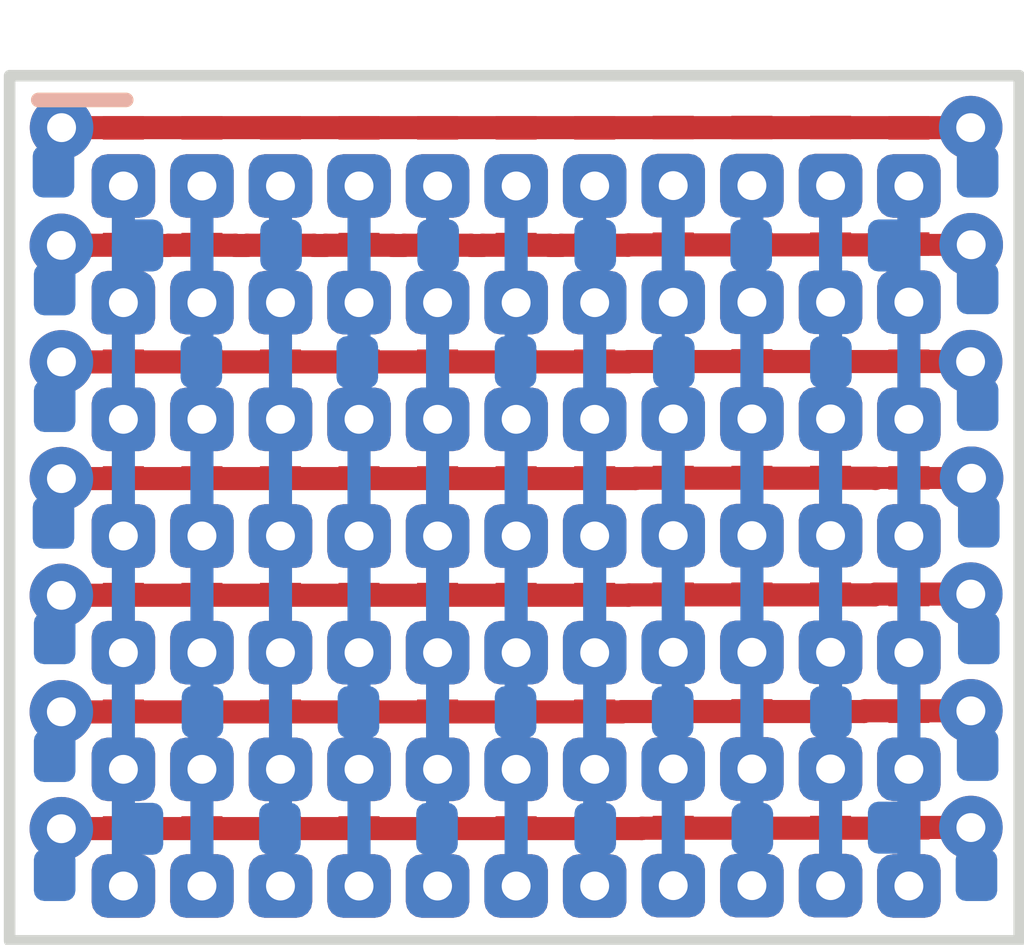
<source format=kicad_pcb>
(kicad_pcb (version 20240108) (generator "pcbnew") (generator_version "8.0")
  (layers (0 "F.Cu" signal) (31 "B.Cu" signal) (34 "B.Paste" user) (35 "F.Paste" user) (36 "B.SilkS" user "B.Silkscreen") (37 "F.SilkS" user "F.Silkscreen") (38 "B.Mask" user) (39 "F.Mask" user) (44 "Edge.Cuts" user))
  (net 0 "")
  (net 1 "/Col8")
  (net 2 "/Col1")
  (net 3 "/Col2")
  (net 4 "/Col3")
  (net 5 "/Col4")
  (net 6 "/Col5")
  (net 7 "/Col6")
  (net 8 "/Col7")
  (net 9 "/Col10")
  (net 10 "/Col9")
  (net 11 "/Row1")
  (net 12 "/Row2")
  (net 13 "/Row3")
  (net 14 "/Row4")
  (net 15 "/Row5")
  (net 16 "/Row6")
  (net 17 "/Row7")
  (net 18 "/Col11")
  (footprint "Custom footprints:LED_APG0603SEC-E-TT_KNB - with via" (layer "F.Cu") (at 2.535 5.36)
    (property "Reference" "D34" (hide yes))
    (property "Value" "LED" (hide yes))
  )
  (footprint "Custom footprints:LED_APG0603SEC-E-TT_KNB - with via" (layer "F.Cu") (at 3.215 7.38)
    (property "Reference" "D47" (hide yes))
    (property "Value" "LED" (hide yes))
  )
  (footprint "Custom footprints:LED_APG0603SEC-E-TT_KNB - with via" (layer "F.Cu") (at 5.255 1.32)
    (property "Reference" "D2" (hide yes))
    (property "Value" "LED" (hide yes))
  )
  (footprint "Custom footprints:LED_APG0603SEC-E-TT_KNB - with via" (layer "F.Cu") (at 1.855 5.36)
    (property "Reference" "D35" (hide yes))
    (property "Value" "LED" (hide yes))
  )
  (footprint "Custom footprints:LED_APG0603SEC-E-TT_KNB - with via" (layer "F.Cu") (at 1.855 1.32)
    (property "Reference" "D7" (hide yes))
    (property "Value" "LED" (hide yes))
  )
  (footprint "Custom footprints:LED_APG0603SEC-E-TT_KNB - with via" (layer "F.Cu") (at 6.615 1.3168)
    (property "Reference" "D50" (hide yes))
    (property "Value" "LED" (hide yes))
  )
  (footprint "Custom footprints:LED_APG0603SEC-E-TT_KNB - with via" (layer "F.Cu") (at 3.895 6.37)
    (property "Reference" "D39" (hide yes))
    (property "Value" "LED" (hide yes))
  )
  (footprint "Custom footprints:LED_APG0603SEC-E-TT_KNB - with via" (layer "F.Cu") (at 3.215 3.34)
    (property "Reference" "D19" (hide yes))
    (property "Value" "LED" (hide yes))
  )
  (footprint "Custom footprints:LED_APG0603SEC-E-TT_KNB - with via" (layer "F.Cu") (at 3.215 6.37)
    (property "Reference" "D40" (hide yes))
    (property "Value" "LED" (hide yes))
  )
  (footprint "Custom footprints:LED_APG0603SEC-E-TT_KNB - with via" (layer "F.Cu") (at 3.215 2.33)
    (property "Reference" "D12" (hide yes))
    (property "Value" "LED" (hide yes))
  )
  (footprint "Custom footprints:LED_APG0603SEC-E-TT_KNB - with via" (layer "F.Cu") (at 6.615 6.3668)
    (property "Reference" "D55" (hide yes))
    (property "Value" "LED" (hide yes))
  )
  (footprint "Custom footprints:LED_APG0603SEC-E-TT_KNB - with via" (layer "F.Cu") (at 5.255 6.37)
    (property "Reference" "D37" (hide yes))
    (property "Value" "LED" (hide yes))
  )
  (footprint "Custom footprints:LED_APG0603SEC-E-TT_KNB - with via" (layer "F.Cu") (at 7.977 1.3168)
    (property "Reference" "D64" (hide yes))
    (property "Value" "LED" (hide yes))
  )
  (footprint "Custom footprints:LED_APG0603SEC-E-TT_KNB - with via" (layer "F.Cu") (at 3.215 5.36)
    (property "Reference" "D33" (hide yes))
    (property "Value" "LED" (hide yes))
  )
  (footprint "Custom footprints:LED_APG0603SEC-E-TT_KNB - with via" (layer "F.Cu") (at 2.535 6.37)
    (property "Reference" "D41" (hide yes))
    (property "Value" "LED" (hide yes))
  )
  (footprint "Custom footprints:LED_APG0603SEC-E-TT_KNB - with via" (layer "F.Cu") (at 1.855 2.33)
    (property "Reference" "D14" (hide yes))
    (property "Value" "LED" (hide yes))
  )
  (footprint "Custom footprints:LED_APG0603SEC-E-TT_KNB - with via" (layer "F.Cu") (at 3.895 2.33)
    (property "Reference" "D11" (hide yes))
    (property "Value" "LED" (hide yes))
  )
  (footprint "Custom footprints:LED_APG0603SEC-E-TT_KNB - with via" (layer "F.Cu") (at 3.895 4.35)
    (property "Reference" "D25" (hide yes))
    (property "Value" "LED" (hide yes))
  )
  (footprint "Custom footprints:LED_APG0603SEC-E-TT_KNB - with via" (layer "F.Cu") (at 4.575 4.35)
    (property "Reference" "D24" (hide yes))
    (property "Value" "LED" (hide yes))
  )
  (footprint "Custom footprints:LED_APG0603SEC-E-TT_KNB - with via" (layer "F.Cu") (at 4.575 2.33)
    (property "Reference" "D10" (hide yes))
    (property "Value" "LED" (hide yes))
  )
  (footprint "Custom footprints:LED_APG0603SEC-E-TT_KNB - with via" (layer "F.Cu") (at 7.296 5.3568)
    (property "Reference" "D61" (hide yes))
    (property "Value" "LED" (hide yes))
  )
  (footprint "Custom footprints:LED_APG0603SEC-E-TT_KNB - with via" (layer "F.Cu") (at 3.895 5.36)
    (property "Reference" "D32" (hide yes))
    (property "Value" "LED" (hide yes))
  )
  (footprint "Custom footprints:LED_APG0603SEC-E-TT_KNB - with via" (layer "F.Cu") (at 5.935 1.32)
    (property "Reference" "D1" (hide yes))
    (property "Value" "LED" (hide yes))
  )
  (footprint "Custom footprints:LED_APG0603SEC-E-TT_KNB - with via" (layer "F.Cu") (at 5.255 5.36)
    (property "Reference" "D30" (hide yes))
    (property "Value" "LED" (hide yes))
  )
  (footprint "Custom footprints:LED_APG0603SEC-E-TT_KNB - with via" (layer "F.Cu") (at 6.615 5.3568)
    (property "Reference" "D54" (hide yes))
    (property "Value" "LED" (hide yes))
  )
  (footprint "Custom footprints:LED_APG0603SEC-E-TT_KNB - with via" (layer "F.Cu") (at 6.615 2.3268)
    (property "Reference" "D51" (hide yes))
    (property "Value" "LED" (hide yes))
  )
  (footprint "Custom footprints:LED_APG0603SEC-E-TT_KNB - with via" (layer "F.Cu") (at 5.935 6.37)
    (property "Reference" "D36" (hide yes))
    (property "Value" "LED" (hide yes))
  )
  (footprint "Custom footprints:LED_APG0603SEC-E-TT_KNB - with via" (layer "F.Cu") (at 7.977 6.3668)
    (property "Reference" "D69" (hide yes))
    (property "Value" "LED" (hide yes))
  )
  (footprint "Custom footprints:LED_APG0603SEC-E-TT_KNB - with via" (layer "F.Cu") (at 4.575 6.37)
    (property "Reference" "D38" (hide yes))
    (property "Value" "LED" (hide yes))
  )
  (footprint "Custom footprints:LED_APG0603SEC-E-TT_KNB - with via" (layer "F.Cu") (at 7.296 6.3668)
    (property "Reference" "D62" (hide yes))
    (property "Value" "LED" (hide yes))
  )
  (footprint "Custom footprints:LED_APG0603SEC-E-TT_KNB - with via" (layer "F.Cu") (at 2.535 7.38)
    (property "Reference" "D48" (hide yes))
    (property "Value" "LED" (hide yes))
  )
  (footprint "Custom footprints:LED_APG0603SEC-E-TT_KNB - with via" (layer "F.Cu") (at 1.855 4.35)
    (property "Reference" "D28" (hide yes))
    (property "Value" "LED" (hide yes))
  )
  (footprint "Custom footprints:LED_APG0603SEC-E-TT_KNB - with via" (layer "F.Cu") (at 2.535 3.34)
    (property "Reference" "D20" (hide yes))
    (property "Value" "LED" (hide yes))
  )
  (footprint "Custom footprints:LED_APG0603SEC-E-TT_KNB - with via" (layer "F.Cu") (at 7.977 4.3468)
    (property "Reference" "D67" (hide yes))
    (property "Value" "LED" (hide yes))
  )
  (footprint "Custom footprints:LED_APG0603SEC-E-TT_KNB - with via" (layer "F.Cu") (at 8.655 7.3797)
    (property "Reference" "D77" (hide yes))
    (property "Value" "LED" (hide yes))
  )
  (footprint "Custom footprints:LED_APG0603SEC-E-TT_KNB - with via" (layer "F.Cu") (at 7.977 7.3768)
    (property "Reference" "D70" (hide yes))
    (property "Value" "LED" (hide yes))
  )
  (footprint "Custom footprints:LED_APG0603SEC-E-TT_KNB - with via" (layer "F.Cu") (at 8.655 2.3255)
    (property "Reference" "D72" (hide yes))
    (property "Value" "LED" (hide yes))
  )
  (footprint "Custom footprints:LED_APG0603SEC-E-TT_KNB - with via" (layer "F.Cu") (at 7.296 1.3168)
    (property "Reference" "D57" (hide yes))
    (property "Value" "LED" (hide yes))
  )
  (footprint "Custom footprints:LED_APG0603SEC-E-TT_KNB - with via" (layer "F.Cu") (at 7.296 2.3268)
    (property "Reference" "D58" (hide yes))
    (property "Value" "LED" (hide yes))
  )
  (footprint "Custom footprints:LED_APG0603SEC-E-TT_KNB - with via" (layer "F.Cu") (at 3.895 7.38)
    (property "Reference" "D46" (hide yes))
    (property "Value" "LED" (hide yes))
  )
  (footprint "Custom footprints:LED_APG0603SEC-E-TT_KNB - with via" (layer "F.Cu") (at 5.935 3.34)
    (property "Reference" "D15" (hide yes))
    (property "Value" "LED" (hide yes))
  )
  (footprint "Custom footprints:LED_APG0603SEC-E-TT_KNB - with via" (layer "F.Cu") (at 6.615 3.3368)
    (property "Reference" "D52" (hide yes))
    (property "Value" "LED" (hide yes))
  )
  (footprint "Custom footprints:LED_APG0603SEC-E-TT_KNB - with via" (layer "F.Cu") (at 4.575 5.36)
    (property "Reference" "D31" (hide yes))
    (property "Value" "LED" (hide yes))
  )
  (footprint "Custom footprints:LED_APG0603SEC-E-TT_KNB - with via" (layer "F.Cu") (at 2.535 4.35)
    (property "Reference" "D27" (hide yes))
    (property "Value" "LED" (hide yes))
  )
  (footprint "Custom footprints:LED_APG0603SEC-E-TT_KNB - with via" (layer "F.Cu") (at 5.935 4.35)
    (property "Reference" "D22" (hide yes))
    (property "Value" "LED" (hide yes))
  )
  (footprint "Custom footprints:LED_APG0603SEC-E-TT_KNB - with via" (layer "F.Cu") (at 6.615 4.3468)
    (property "Reference" "D53" (hide yes))
    (property "Value" "LED" (hide yes))
  )
  (footprint "Custom footprints:LED_APG0603SEC-E-TT_KNB - with via" (layer "F.Cu") (at 8.655 4.3497)
    (property "Reference" "D74" (hide yes))
    (property "Value" "LED" (hide yes))
  )
  (footprint "Custom footprints:LED_APG0603SEC-E-TT_KNB - with via" (layer "F.Cu") (at 5.255 4.35)
    (property "Reference" "D23" (hide yes))
    (property "Value" "LED" (hide yes))
  )
  (footprint "Custom footprints:LED_APG0603SEC-E-TT_KNB - with via" (layer "F.Cu") (at 5.255 7.38)
    (property "Reference" "D44" (hide yes))
    (property "Value" "LED" (hide yes))
  )
  (footprint "Custom footprints:LED_APG0603SEC-E-TT_KNB - with via" (layer "F.Cu") (at 8.655 6.3697)
    (property "Reference" "D76" (hide yes))
    (property "Value" "LED" (hide yes))
  )
  (footprint "Custom footprints:LED_APG0603SEC-E-TT_KNB - with via" (layer "F.Cu") (at 4.575 3.34)
    (property "Reference" "D17" (hide yes))
    (property "Value" "LED" (hide yes))
  )
  (footprint "Custom footprints:LED_APG0603SEC-E-TT_KNB - with via" (layer "F.Cu") (at 5.935 7.38)
    (property "Reference" "D43" (hide yes))
    (property "Value" "LED" (hide yes))
  )
  (footprint "Custom footprints:LED_APG0603SEC-E-TT_KNB - with via" (layer "F.Cu") (at 7.977 5.3568)
    (property "Reference" "D68" (hide yes))
    (property "Value" "LED" (hide yes))
  )
  (footprint "Custom footprints:LED_APG0603SEC-E-TT_KNB - with via" (layer "F.Cu") (at 7.296 7.3768)
    (property "Reference" "D63" (hide yes))
    (property "Value" "LED" (hide yes))
  )
  (footprint "Custom footprints:LED_APG0603SEC-E-TT_KNB - with via" (layer "F.Cu") (at 2.535 1.32)
    (property "Reference" "D6" (hide yes))
    (property "Value" "LED" (hide yes))
  )
  (footprint "Custom footprints:LED_APG0603SEC-E-TT_KNB - with via" (layer "F.Cu") (at 4.575 1.32)
    (property "Reference" "D3" (hide yes))
    (property "Value" "LED" (hide yes))
  )
  (footprint "Custom footprints:LED_APG0603SEC-E-TT_KNB - with via" (layer "F.Cu") (at 1.855 3.34)
    (property "Reference" "D21" (hide yes))
    (property "Value" "LED" (hide yes))
  )
  (footprint "Custom footprints:LED_APG0603SEC-E-TT_KNB - with via" (layer "F.Cu") (at 5.935 2.33)
    (property "Reference" "D8" (hide yes))
    (property "Value" "LED" (hide yes))
  )
  (footprint "Custom footprints:LED_APG0603SEC-E-TT_KNB - with via" (layer "F.Cu") (at 3.215 1.32)
    (property "Reference" "D5" (hide yes))
    (property "Value" "LED" (hide yes))
  )
  (footprint "Custom footprints:LED_APG0603SEC-E-TT_KNB - with via" (layer "F.Cu") (at 5.255 2.33)
    (property "Reference" "D9" (hide yes))
    (property "Value" "LED" (hide yes))
  )
  (footprint "Custom footprints:LED_APG0603SEC-E-TT_KNB - with via" (layer "F.Cu") (at 4.575 7.38)
    (property "Reference" "D45" (hide yes))
    (property "Value" "LED" (hide yes))
  )
  (footprint "Custom footprints:LED_APG0603SEC-E-TT_KNB - with via" (layer "F.Cu") (at 8.655 1.32)
    (property "Reference" "D71" (hide yes))
    (property "Value" "LED" (hide yes))
  )
  (footprint "Custom footprints:LED_APG0603SEC-E-TT_KNB - with via" (layer "F.Cu") (at 7.296 4.3468)
    (property "Reference" "D60" (hide yes))
    (property "Value" "LED" (hide yes))
  )
  (footprint "Custom footprints:LED_APG0603SEC-E-TT_KNB - with via" (layer "F.Cu") (at 7.977 2.3268)
    (property "Reference" "D65" (hide yes))
    (property "Value" "LED" (hide yes))
  )
  (footprint "Custom footprints:LED_APG0603SEC-E-TT_KNB - with via" (layer "F.Cu") (at 3.215 4.35)
    (property "Reference" "D26" (hide yes))
    (property "Value" "LED" (hide yes))
  )
  (footprint "Custom footprints:LED_APG0603SEC-E-TT_KNB - with via" (layer "F.Cu") (at 1.855 6.37)
    (property "Reference" "D42" (hide yes))
    (property "Value" "LED" (hide yes))
  )
  (footprint "Custom footprints:LED_APG0603SEC-E-TT_KNB - with via" (layer "F.Cu") (at 3.895 3.34)
    (property "Reference" "D18" (hide yes))
    (property "Value" "LED" (hide yes))
  )
  (footprint "Custom footprints:LED_APG0603SEC-E-TT_KNB - with via" (layer "F.Cu") (at 6.615 7.3768)
    (property "Reference" "D56" (hide yes))
    (property "Value" "LED" (hide yes))
  )
  (footprint "Custom footprints:LED_APG0603SEC-E-TT_KNB - with via" (layer "F.Cu") (at 5.935 5.36)
    (property "Reference" "D29" (hide yes))
    (property "Value" "LED" (hide yes))
  )
  (footprint "Custom footprints:LED_APG0603SEC-E-TT_KNB - with via" (layer "F.Cu") (at 2.535 2.33)
    (property "Reference" "D13" (hide yes))
    (property "Value" "LED" (hide yes))
  )
  (footprint "Custom footprints:LED_APG0603SEC-E-TT_KNB - with via" (layer "F.Cu") (at 1.855 7.38)
    (property "Reference" "D49" (hide yes))
    (property "Value" "LED" (hide yes))
  )
  (footprint "Custom footprints:LED_APG0603SEC-E-TT_KNB - with via" (layer "F.Cu") (at 8.655 5.3597)
    (property "Reference" "D75" (hide yes))
    (property "Value" "LED" (hide yes))
  )
  (footprint "Custom footprints:LED_APG0603SEC-E-TT_KNB - with via" (layer "F.Cu") (at 3.895 1.32)
    (property "Reference" "D4" (hide yes))
    (property "Value" "LED" (hide yes))
  )
  (footprint "Custom footprints:LED_APG0603SEC-E-TT_KNB - with via" (layer "F.Cu") (at 7.977 3.3368)
    (property "Reference" "D66" (hide yes))
    (property "Value" "LED" (hide yes))
  )
  (footprint "Custom footprints:LED_APG0603SEC-E-TT_KNB - with via" (layer "F.Cu") (at 7.296 3.3368)
    (property "Reference" "D59" (hide yes))
    (property "Value" "LED" (hide yes))
  )
  (footprint "Custom footprints:LED_APG0603SEC-E-TT_KNB - with via" (layer "F.Cu") (at 5.255 3.34)
    (property "Reference" "D16" (hide yes))
    (property "Value" "LED" (hide yes))
  )
  (footprint "Custom footprints:LED_APG0603SEC-E-TT_KNB - with via" (layer "F.Cu") (at 8.655 3.34)
    (property "Reference" "D73" (hide yes))
    (property "Value" "LED" (hide yes))
  )
  (footprint "Custom footprints:Column Via" (layer "B.Cu") (at 8.48 7.2 180)
    (property "Reference" "H36" (hide yes))
    (property "Value" "Via Pad" (hide yes))
  )
  (footprint "Custom footprints:Column Via" (layer "B.Cu") (at 1.26 6.58 180)
    (property "Reference" "H11" (hide yes))
    (property "Value" "Via Pad" (hide yes))
  )
  (footprint "Custom footprints:Column Via" (layer "B.Cu") (at 5.94 2.16 180)
    (property "Reference" "H16" (hide yes))
    (property "Value" "Via Pad" (hide yes))
  )
  (footprint "Custom footprints:Column Via" (layer "B.Cu") (at 1.26 3.55 180)
    (property "Reference" "H5" (hide yes))
    (property "Value" "Via Pad" (hide yes))
  )
  (footprint "Custom footprints:Column Via" (layer "B.Cu") (at 9.25 3.54 180)
    (property "Reference" "H6" (hide yes))
    (property "Value" "Via Pad" (hide yes))
  )
  (footprint "Custom footprints:Column Via" (layer "B.Cu") (at 5.25 6.2 180)
    (property "Reference" "H18" (hide yes))
    (property "Value" "Via Pad" (hide yes))
  )
  (footprint "Custom footprints:Column Via" (layer "B.Cu") (at 5.25 3.17 180)
    (property "Reference" "H17" (hide yes))
    (property "Value" "Via Pad" (hide yes))
  )
  (footprint "Custom footprints:Column Via" (layer "B.Cu") (at 7.29 2.16 180)
    (property "Reference" "H31" (hide yes))
    (property "Value" "Via Pad" (hide yes))
  )
  (footprint "Custom footprints:Column Via" (layer "B.Cu") (at 1.25 1.52 180)
    (property "Reference" "H1" (hide yes))
    (property "Value" "Via Pad" (hide yes))
  )
  (footprint "Custom footprints:Column Via" (layer "B.Cu") (at 2.53 3.17 180)
    (property "Reference" "H26" (hide yes))
    (property "Value" "Via Pad" (hide yes))
  )
  (footprint "Custom footprints:Column Via" (layer "B.Cu") (at 4.57 7.21 180)
    (property "Reference" "H19" (hide yes))
    (property "Value" "Via Pad" (hide yes))
  )
  (footprint "Custom footprints:Column Via" (layer "B.Cu") (at 3.22 2.16 180)
    (property "Reference" "H23" (hide yes))
    (property "Value" "Via Pad" (hide yes))
  )
  (footprint "Custom footprints:Column Via" (layer "B.Cu") (at 2.02 2.16 180)
    (property "Reference" "H27" (hide yes))
    (property "Value" "Via Pad" (hide yes))
  )
  (footprint "Custom footprints:Column Via" (layer "B.Cu") (at 3.89 6.2 180)
    (property "Reference" "H21" (hide yes))
    (property "Value" "Via Pad" (hide yes))
  )
  (footprint "Custom footprints:Column Via" (layer "B.Cu") (at 7.98 6.2 180)
    (property "Reference" "H34" (hide yes))
    (property "Value" "Via Pad" (hide yes))
  )
  (footprint "Custom footprints:Column Via" (layer "B.Cu") (at 1.26 7.61 180)
    (property "Reference" "H13" (hide yes))
    (property "Value" "Via Pad" (hide yes))
  )
  (footprint "Custom footprints:Column Via" (layer "B.Cu") (at 1.25 4.56 180)
    (property "Reference" "H7" (hide yes))
    (property "Value" "Via Pad" (hide yes))
  )
  (footprint "Custom footprints:Column Via" (layer "B.Cu") (at 1.26 5.56 180)
    (property "Reference" "H10" (hide yes))
    (property "Value" "Via Pad" (hide yes))
  )
  (footprint "Custom footprints:Column Via" (layer "B.Cu") (at 3.21 7.21 180)
    (property "Reference" "H24" (hide yes))
    (property "Value" "Via Pad" (hide yes))
  )
  (footprint "Custom footprints:Column Via" (layer "B.Cu") (at 6.62 3.17 180)
    (property "Reference" "H29" (hide yes))
    (property "Value" "Via Pad" (hide yes))
  )
  (footprint "Custom footprints:Column Via" (layer "B.Cu") (at 9.25 1.52 180)
    (property "Reference" "H2" (hide yes))
    (property "Value" "Via Pad" (hide yes))
  )
  (footprint "Custom footprints:Column Via" (layer "B.Cu") (at 2.54 6.2 180)
    (property "Reference" "H25" (hide yes))
    (property "Value" "Via Pad" (hide yes))
  )
  (footprint "Custom footprints:Column Via" (layer "B.Cu") (at 4.58 2.16 180)
    (property "Reference" "H20" (hide yes))
    (property "Value" "Via Pad" (hide yes))
  )
  (footprint "Custom footprints:Column Via" (layer "B.Cu") (at 6.61 6.2 180)
    (property "Reference" "H30" (hide yes))
    (property "Value" "Via Pad" (hide yes))
  )
  (footprint "Custom footprints:Column Via" (layer "B.Cu") (at 1.26 2.54 180)
    (property "Reference" "H3" (hide yes))
    (property "Value" "Via Pad" (hide yes))
  )
  (footprint "Custom footprints:Column Via" (layer "B.Cu") (at 7.98 3.17 180)
    (property "Reference" "H33" (hide yes))
    (property "Value" "Via Pad" (hide yes))
  )
  (footprint "Custom footprints:Column Via" (layer "B.Cu") (at 9.24 7.61 180)
    (property "Reference" "H14" (hide yes))
    (property "Value" "Via Pad" (hide yes))
  )
  (footprint "Custom footprints:Column Via" (layer "B.Cu") (at 5.94 7.21 180)
    (property "Reference" "H15" (hide yes))
    (property "Value" "Via Pad" (hide yes))
  )
  (footprint "Custom footprints:Column Via" (layer "B.Cu") (at 2.02 7.21 180)
    (property "Reference" "H28" (hide yes))
    (property "Value" "Via Pad" (hide yes))
  )
  (footprint "Custom footprints:Column Via" (layer "B.Cu") (at 8.48 2.16 180)
    (property "Reference" "H35" (hide yes))
    (property "Value" "Via Pad" (hide yes))
  )
  (footprint "Custom footprints:Column Via" (layer "B.Cu") (at 7.3 7.21 180)
    (property "Reference" "H32" (hide yes))
    (property "Value" "Via Pad" (hide yes))
  )
  (footprint "Custom footprints:Column Via" (layer "B.Cu") (at 9.26 5.56 180)
    (property "Reference" "H9" (hide yes))
    (property "Value" "Via Pad" (hide yes))
  )
  (footprint "Custom footprints:Column Via" (layer "B.Cu") (at 9.26 4.55 180)
    (property "Reference" "H8" (hide yes))
    (property "Value" "Via Pad" (hide yes))
  )
  (footprint "Custom footprints:Column Via" (layer "B.Cu") (at 3.88 3.17 180)
    (property "Reference" "H22" (hide yes))
    (property "Value" "Via Pad" (hide yes))
  )
  (footprint "Custom footprints:Column Via" (layer "B.Cu") (at 9.25 6.57 180)
    (property "Reference" "H12" (hide yes))
    (property "Value" "Via Pad" (hide yes))
  )
  (footprint "Custom footprints:Column Via" (layer "B.Cu") (at 9.25 2.53 180)
    (property "Reference" "H4" (hide yes))
    (property "Value" "Via Pad" (hide yes))
  )
  (gr_rect (start 0.87 0.69) (end 9.61 8.18) (stroke (width 0.1)) (fill none) (layer "Edge.Cuts"))
  (gr_text "-" (at 2.2 1.41 0) (layer "B.SilkS") (effects (font (size 1 1) (thickness 0.125)) (justify left bottom mirror)))
  (gr_text "-" (at 2.2 1.41 0) (layer "F.SilkS") (effects (font (size 1 1) (thickness 0.125)) (justify left bottom mirror)))
  (segment (start 6.615 6.12) (end 6.615 7.7098) (width 0.2) (layer "B.Cu") (net 1))
  (segment (start 6.62 3.17) (end 6.62 2.6648) (width 0.13) (layer "B.Cu") (net 1))
  (segment (start 6.61 6.125) (end 6.615 6.12) (width 0.13) (layer "B.Cu") (net 1))
  (segment (start 6.615 1.6498) (end 6.615 6.12) (width 0.2) (layer "B.Cu") (net 1))
  (segment (start 6.61 6.2) (end 6.61 6.125) (width 0.13) (layer "B.Cu") (net 1))
  (segment (start 6.62 2.6648) (end 6.615 2.6598) (width 0.13) (layer "B.Cu") (net 1))
  (segment (start 1.855 2.18) (end 1.855 7.21) (width 0.2) (layer "B.Cu") (net 2))
  (segment (start 1.855 1.653) (end 1.855 2.18) (width 0.2) (layer "B.Cu") (net 2))
  (segment (start 2 2.18) (end 1.855 2.18) (width 0.13) (layer "B.Cu") (net 2))
  (segment (start 1.855 7.21) (end 1.855 7.713) (width 0.2) (layer "B.Cu") (net 2))
  (segment (start 2.02 7.21) (end 1.855 7.21) (width 0.13) (layer "B.Cu") (net 2))
  (segment (start 2.02 2.16) (end 2 2.18) (width 0.13) (layer "B.Cu") (net 2))
  (segment (start 2.53 3.195) (end 2.535 3.2) (width 0.13) (layer "B.Cu") (net 3))
  (segment (start 2.535 1.653) (end 2.535 3.2) (width 0.2) (layer "B.Cu") (net 3))
  (segment (start 2.54 6.2) (end 2.54 6.155) (width 0.13) (layer "B.Cu") (net 3))
  (segment (start 2.535 6.15) (end 2.535 7.713) (width 0.2) (layer "B.Cu") (net 3))
  (segment (start 2.54 6.155) (end 2.535 6.15) (width 0.13) (layer "B.Cu") (net 3))
  (segment (start 2.535 3.2) (end 2.535 6.15) (width 0.2) (layer "B.Cu") (net 3))
  (segment (start 2.53 3.17) (end 2.53 3.195) (width 0.13) (layer "B.Cu") (net 3))
  (segment (start 3.215 1.653) (end 3.215 2.12) (width 0.2) (layer "B.Cu") (net 4))
  (segment (start 3.215 7.18) (end 3.215 7.713) (width 0.2) (layer "B.Cu") (net 4))
  (segment (start 3.215 2.12) (end 3.215 7.18) (width 0.2) (layer "B.Cu") (net 4))
  (segment (start 3.21 7.21) (end 3.21 7.185) (width 0.13) (layer "B.Cu") (net 4))
  (segment (start 3.22 2.125) (end 3.215 2.12) (width 0.13) (layer "B.Cu") (net 4))
  (segment (start 3.21 7.185) (end 3.215 7.18) (width 0.13) (layer "B.Cu") (net 4))
  (segment (start 3.22 2.16) (end 3.22 2.125) (width 0.13) (layer "B.Cu") (net 4))
  (segment (start 3.89 6.155) (end 3.895 6.15) (width 0.13) (layer "B.Cu") (net 5))
  (segment (start 3.89 6.2) (end 3.89 6.155) (width 0.13) (layer "B.Cu") (net 5))
  (segment (start 3.88 3.17) (end 3.88 3.185) (width 0.13) (layer "B.Cu") (net 5))
  (segment (start 3.895 1.653) (end 3.895 3.2) (width 0.2) (layer "B.Cu") (net 5))
  (segment (start 3.895 6.15) (end 3.895 7.713) (width 0.2) (layer "B.Cu") (net 5))
  (segment (start 3.88 3.185) (end 3.895 3.2) (width 0.13) (layer "B.Cu") (net 5))
  (segment (start 3.895 3.2) (end 3.895 6.15) (width 0.2) (layer "B.Cu") (net 5))
  (segment (start 4.57 7.21) (end 4.575 7.21) (width 0.13) (layer "B.Cu") (net 6))
  (segment (start 4.58 2.16) (end 4.58 2.105) (width 0.13) (layer "B.Cu") (net 6))
  (segment (start 4.58 2.105) (end 4.575 2.1) (width 0.13) (layer "B.Cu") (net 6))
  (segment (start 4.575 1.653) (end 4.575 2.1) (width 0.2) (layer "B.Cu") (net 6))
  (segment (start 4.575 7.21) (end 4.575 7.713) (width 0.2) (layer "B.Cu") (net 6))
  (segment (start 4.575 2.1) (end 4.575 7.21) (width 0.2) (layer "B.Cu") (net 6))
  (segment (start 5.25 6.2) (end 5.25 6.155) (width 0.13) (layer "B.Cu") (net 7))
  (segment (start 5.25 3.015) (end 5.255 3.01) (width 0.13) (layer "B.Cu") (net 7))
  (segment (start 5.25 6.155) (end 5.255 6.15) (width 0.13) (layer "B.Cu") (net 7))
  (segment (start 5.255 3.01) (end 5.255 6.15) (width 0.2) (layer "B.Cu") (net 7))
  (segment (start 5.255 6.15) (end 5.255 7.713) (width 0.2) (layer "B.Cu") (net 7))
  (segment (start 5.25 3.17) (end 5.25 3.015) (width 0.13) (layer "B.Cu") (net 7))
  (segment (start 5.255 1.653) (end 5.255 3.01) (width 0.2) (layer "B.Cu") (net 7))
  (segment (start 5.935 1.653) (end 5.935 2.35) (width 0.2) (layer "B.Cu") (net 8))
  (segment (start 5.935 7.23) (end 5.935 7.713) (width 0.2) (layer "B.Cu") (net 8))
  (segment (start 5.94 2.345) (end 5.935 2.35) (width 0.13) (layer "B.Cu") (net 8))
  (segment (start 5.94 7.225) (end 5.935 7.23) (width 0.13) (layer "B.Cu") (net 8))
  (segment (start 5.94 7.21) (end 5.94 7.225) (width 0.13) (layer "B.Cu") (net 8))
  (segment (start 5.935 2.35) (end 5.935 7.23) (width 0.2) (layer "B.Cu") (net 8))
  (segment (start 5.94 2.16) (end 5.94 2.345) (width 0.13) (layer "B.Cu") (net 8))
  (segment (start 7.977 6.12) (end 7.977 7.7098) (width 0.2) (layer "B.Cu") (net 9))
  (segment (start 7.977 1.6498) (end 7.977 6.12) (width 0.2) (layer "B.Cu") (net 9))
  (segment (start 7.98 3.17) (end 7.98 2.6628) (width 0.13) (layer "B.Cu") (net 9))
  (segment (start 7.98 6.2) (end 7.98 6.123) (width 0.13) (layer "B.Cu") (net 9))
  (segment (start 7.98 6.123) (end 7.977 6.12) (width 0.13) (layer "B.Cu") (net 9))
  (segment (start 7.98 2.6628) (end 7.977 2.6598) (width 0.13) (layer "B.Cu") (net 9))
  (segment (start 7.29 2.16) (end 7.29 2.6538) (width 0.13) (layer "B.Cu") (net 10))
  (segment (start 7.3 7.194) (end 7.296 7.19) (width 0.13) (layer "B.Cu") (net 10))
  (segment (start 7.296 7.19) (end 7.296 7.7098) (width 0.2) (layer "B.Cu") (net 10))
  (segment (start 7.296 1.6498) (end 7.296 7.19) (width 0.2) (layer "B.Cu") (net 10))
  (segment (start 7.3 7.21) (end 7.3 7.194) (width 0.13) (layer "B.Cu") (net 10))
  (segment (start 7.29 2.6538) (end 7.296 2.6598) (width 0.13) (layer "B.Cu") (net 10))
  (segment (start 1.24 1.14) (end 9.26 1.14) (width 0.2) (layer "F.Cu") (net 11))
  (segment (start 9.26 1.14) (end 9.19 1.14) (width 0.2) (layer "F.Cu") (net 11))
  (segment (start 1.24 1.14) (end 1.32 1.14) (width 0.2) (layer "F.Cu") (net 11))
  (via (at 9.19 1.14) (size 0.55) (drill 0.25) (layers "F.Cu" "B.Cu") (net 11))
  (via (at 1.32 1.14) (size 0.55) (drill 0.25) (layers "F.Cu" "B.Cu") (net 11))
  (segment (start 9.25 1.52) (end 9.25 1.2) (width 0.13) (layer "B.Cu") (net 11))
  (segment (start 9.25 1.2) (end 9.19 1.14) (width 0.13) (layer "B.Cu") (net 11))
  (segment (start 1.25 1.52) (end 1.25 1.21) (width 0.13) (layer "B.Cu") (net 11))
  (segment (start 1.25 1.21) (end 1.32 1.14) (width 0.13) (layer "B.Cu") (net 11))
  (segment (start 4.186723 2.16) (end 4.283277 2.16) (width 0.2) (layer "F.Cu") (net 12))
  (segment (start 5.643277 2.16) (end 5.645277 2.158) (width 0.2) (layer "F.Cu") (net 12))
  (segment (start 6.227923 2.1548) (end 8.3 2.1548) (width 0.2) (layer "F.Cu") (net 12))
  (segment (start 4.963277 2.16) (end 4.965277 2.158) (width 0.2) (layer "F.Cu") (net 12))
  (segment (start 6.224723 2.158) (end 6.227923 2.1548) (width 0.2) (layer "F.Cu") (net 12))
  (segment (start 5.645277 2.158) (end 6.224723 2.158) (width 0.2) (layer "F.Cu") (net 12))
  (segment (start 4.866723 2.16) (end 4.963277 2.16) (width 0.2) (layer "F.Cu") (net 12))
  (segment (start 2.826723 2.16) (end 2.923277 2.16) (width 0.2) (layer "F.Cu") (net 12))
  (segment (start 3.504723 2.158) (end 3.506723 2.16) (width 0.2) (layer "F.Cu") (net 12))
  (segment (start 3.605277 2.158) (end 4.184723 2.158) (width 0.2) (layer "F.Cu") (net 12))
  (segment (start 5.546723 2.16) (end 5.643277 2.16) (width 0.2) (layer "F.Cu") (net 12))
  (segment (start 1.562626 2.159349) (end 1.317878 2.159349) (width 0.2) (layer "F.Cu") (net 12))
  (segment (start 8.3 2.1548) (end 8.4187 2.1548) (width 0.2) (layer "F.Cu") (net 12))
  (segment (start 4.184723 2.158) (end 4.186723 2.16) (width 0.2) (layer "F.Cu") (net 12))
  (segment (start 1.563277 2.16) (end 1.562626 2.159349) (width 0.2) (layer "F.Cu") (net 12))
  (segment (start 2.144723 2.158) (end 2.146723 2.16) (width 0.2) (layer "F.Cu") (net 12))
  (segment (start 2.245277 2.158) (end 2.824723 2.158) (width 0.2) (layer "F.Cu") (net 12))
  (segment (start 8.3 2.1548) (end 9.2648 2.1548) (width 0.19) (layer "F.Cu") (net 12))
  (segment (start 3.506723 2.16) (end 3.603277 2.16) (width 0.2) (layer "F.Cu") (net 12))
  (segment (start 4.965277 2.158) (end 5.544723 2.158) (width 0.2) (layer "F.Cu") (net 12))
  (segment (start 9.2648 2.1548) (end 9.263907 2.153907) (width 0.19) (layer "F.Cu") (net 12))
  (segment (start 2.925277 2.158) (end 3.504723 2.158) (width 0.2) (layer "F.Cu") (net 12))
  (segment (start 5.544723 2.158) (end 5.546723 2.16) (width 0.2) (layer "F.Cu") (net 12))
  (segment (start 4.864723 2.158) (end 4.866723 2.16) (width 0.2) (layer "F.Cu") (net 12))
  (segment (start 4.283277 2.16) (end 4.285277 2.158) (width 0.2) (layer "F.Cu") (net 12))
  (segment (start 9.263907 2.153907) (end 9.19462 2.153907) (width 0.19) (layer "F.Cu") (net 12))
  (segment (start 8.655 2.1523) (end 8.6527 2.15) (width 0.2) (layer "F.Cu") (net 12))
  (segment (start 2.824723 2.158) (end 2.826723 2.16) (width 0.2) (layer "F.Cu") (net 12))
  (segment (start 1.563277 2.16) (end 1.565277 2.158) (width 0.2) (layer "F.Cu") (net 12))
  (segment (start 3.603277 2.16) (end 3.605277 2.158) (width 0.2) (layer "F.Cu") (net 12))
  (segment (start 2.923277 2.16) (end 2.925277 2.158) (width 0.2) (layer "F.Cu") (net 12))
  (segment (start 4.285277 2.158) (end 4.864723 2.158) (width 0.2) (layer "F.Cu") (net 12))
  (segment (start 2.243277 2.16) (end 2.245277 2.158) (width 0.2) (layer "F.Cu") (net 12))
  (segment (start 2.146723 2.16) (end 2.243277 2.16) (width 0.2) (layer "F.Cu") (net 12))
  (segment (start 1.565277 2.158) (end 2.144723 2.158) (width 0.2) (layer "F.Cu") (net 12))
  (via (at 1.317878 2.159349) (size 0.55) (drill 0.25) (layers "F.Cu" "B.Cu") (net 12))
  (via (at 9.19462 2.153907) (size 0.55) (drill 0.25) (layers "F.Cu" "B.Cu") (net 12))
  (segment (start 1.26 2.54) (end 1.26 2.217227) (width 0.13) (layer "B.Cu") (net 12))
  (segment (start 9.25 2.53) (end 9.25 2.209287) (width 0.13) (layer "B.Cu") (net 12))
  (segment (start 9.25 2.209287) (end 9.19462 2.153907) (width 0.13) (layer "B.Cu") (net 12))
  (segment (start 1.26 2.217227) (end 1.317878 2.159349) (width 0.13) (layer "B.Cu") (net 12))
  (segment (start 9.26949 3.1648) (end 9.268131 3.166159) (width 0.2) (layer "F.Cu") (net 13))
  (segment (start 9.26949 3.1648) (end 9.27429 3.16) (width 0.2) (layer "F.Cu") (net 13))
  (segment (start 1.232 3.168) (end 1.232127 3.167873) (width 0.2) (layer "F.Cu") (net 13))
  (segment (start 1.232 3.168) (end 6.224723 3.168) (width 0.2) (layer "F.Cu") (net 13))
  (segment (start 6.224723 3.168) (end 6.227923 3.1648) (width 0.2) (layer "F.Cu") (net 13))
  (segment (start 6.227923 3.1648) (end 9.26949 3.1648) (width 0.2) (layer "F.Cu") (net 13))
  (segment (start 1.232127 3.167873) (end 1.319001 3.167873) (width 0.2) (layer "F.Cu") (net 13))
  (segment (start 9.268131 3.166159) (end 9.189176 3.166159) (width 0.2) (layer "F.Cu") (net 13))
  (via (at 1.319001 3.167873) (size 0.55) (drill 0.25) (layers "F.Cu" "B.Cu") (net 13))
  (via (at 9.189176 3.166159) (size 0.55) (drill 0.25) (layers "F.Cu" "B.Cu") (net 13))
  (segment (start 1.26 3.55) (end 1.26 3.226874) (width 0.13) (layer "B.Cu") (net 13))
  (segment (start 1.26 3.226874) (end 1.319001 3.167873) (width 0.13) (layer "B.Cu") (net 13))
  (segment (start 9.25 3.226983) (end 9.189176 3.166159) (width 0.13) (layer "B.Cu") (net 13))
  (segment (start 9.25 3.54) (end 9.25 3.226983) (width 0.13) (layer "B.Cu") (net 13))
  (segment (start 6.288 4.178) (end 6.2912 4.1748) (width 0.2) (layer "F.Cu") (net 14))
  (segment (start 8.362077 4.1748) (end 8.365277 4.178) (width 0.2) (layer "F.Cu") (net 14))
  (segment (start 9.267 4.173) (end 8.363877 4.173) (width 0.19) (layer "F.Cu") (net 14))
  (segment (start 9.264816 4.175184) (end 9.197391 4.175184) (width 0.19) (layer "F.Cu") (net 14))
  (segment (start 9.267 4.173) (end 9.264816 4.175184) (width 0.19) (layer "F.Cu") (net 14))
  (segment (start 1.232 4.178) (end 1.232393 4.178393) (width 0.2) (layer "F.Cu") (net 14))
  (segment (start 9.27 4.17) (end 9.267 4.173) (width 0.19) (layer "F.Cu") (net 14))
  (segment (start 7.977 4.1736) (end 7.9806 4.17) (width 0.2) (layer "F.Cu") (net 14))
  (segment (start 6.2912 4.1748) (end 8.362077 4.1748) (width 0.2) (layer "F.Cu") (net 14))
  (segment (start 8.363877 4.173) (end 8.362077 4.1748) (width 0.19) (layer "F.Cu") (net 14))
  (segment (start 1.232393 4.178393) (end 1.318755 4.178393) (width 0.2) (layer "F.Cu") (net 14))
  (segment (start 1.232 4.178) (end 6.288 4.178) (width 0.2) (layer "F.Cu") (net 14))
  (via (at 9.197391 4.175184) (size 0.55) (drill 0.25) (layers "F.Cu" "B.Cu") (net 14))
  (via (at 1.318755 4.178393) (size 0.55) (drill 0.25) (layers "F.Cu" "B.Cu") (net 14))
  (segment (start 1.25 4.56) (end 1.25 4.247148) (width 0.13) (layer "B.Cu") (net 14))
  (segment (start 9.26 4.237793) (end 9.197391 4.175184) (width 0.13) (layer "B.Cu") (net 14))
  (segment (start 1.25 4.247148) (end 1.318755 4.178393) (width 0.13) (layer "B.Cu") (net 14))
  (segment (start 9.26 4.55) (end 9.26 4.237793) (width 0.13) (layer "B.Cu") (net 14))
  (segment (start 8.358477 5.1848) (end 8.365277 5.178) (width 0.2) (layer "F.Cu") (net 15))
  (segment (start 1.242 5.188) (end 1.243029 5.189029) (width 0.2) (layer "F.Cu") (net 15))
  (segment (start 8.6518 5.18) (end 8.655 5.1768) (width 0.2) (layer "F.Cu") (net 15))
  (segment (start 6.2312 5.1848) (end 8.358477 5.1848) (width 0.2) (layer "F.Cu") (net 15))
  (segment (start 1.242 5.188) (end 6.228 5.188) (width 0.2) (layer "F.Cu") (net 15))
  (segment (start 6.228 5.188) (end 6.2312 5.1848) (width 0.2) (layer "F.Cu") (net 15))
  (segment (start 9.268 5.178) (end 9.267995 5.178005) (width 0.2) (layer "F.Cu") (net 15))
  (segment (start 8.365277 5.178) (end 9.268 5.178) (width 0.2) (layer "F.Cu") (net 15))
  (segment (start 9.268 5.178) (end 9.27 5.18) (width 0.2) (layer "F.Cu") (net 15))
  (segment (start 1.243029 5.189029) (end 1.318171 5.189029) (width 0.2) (layer "F.Cu") (net 15))
  (segment (start 9.267995 5.178005) (end 9.190887 5.178005) (width 0.2) (layer "F.Cu") (net 15))
  (via (at 9.190887 5.178005) (size 0.55) (drill 0.25) (layers "F.Cu" "B.Cu") (net 15))
  (via (at 1.318171 5.189029) (size 0.55) (drill 0.25) (layers "F.Cu" "B.Cu") (net 15))
  (segment (start 9.26 5.247118) (end 9.190887 5.178005) (width 0.13) (layer "B.Cu") (net 15))
  (segment (start 9.26 5.56) (end 9.26 5.247118) (width 0.13) (layer "B.Cu") (net 15))
  (segment (start 1.26 5.2472) (end 1.318171 5.189029) (width 0.13) (layer "B.Cu") (net 15))
  (segment (start 1.26 5.56) (end 1.26 5.2472) (width 0.13) (layer "B.Cu") (net 15))
  (segment (start 1.242 6.198) (end 1.243073 6.196927) (width 0.2) (layer "F.Cu") (net 16))
  (segment (start 9.27 6.19) (end 9.268 6.188) (width 0.2) (layer "F.Cu") (net 16))
  (segment (start 6.17 6.198) (end 1.242 6.198) (width 0.2) (layer "F.Cu") (net 16))
  (segment (start 9.268 6.188) (end 8.273523 6.188) (width 0.2) (layer "F.Cu") (net 16))
  (segment (start 9.192288 6.188) (end 9.191556 6.188732) (width 0.2) (layer "F.Cu") (net 16))
  (segment (start 1.243073 6.196927) (end 1.318131 6.196927) (width 0.2) (layer "F.Cu") (net 16))
  (segment (start 9.268 6.188) (end 9.192288 6.188) (width 0.2) (layer "F.Cu") (net 16))
  (segment (start 8.273523 6.188) (end 8.266723 6.1948) (width 0.2) (layer "F.Cu") (net 16))
  (segment (start 8.266723 6.1948) (end 6.1732 6.1948) (width 0.2) (layer "F.Cu") (net 16))
  (segment (start 6.1732 6.1948) (end 6.17 6.198) (width 0.2) (layer "F.Cu") (net 16))
  (via (at 9.191556 6.188732) (size 0.55) (drill 0.25) (layers "F.Cu" "B.Cu") (net 16))
  (via (at 1.318131 6.196927) (size 0.55) (drill 0.25) (layers "F.Cu" "B.Cu") (net 16))
  (segment (start 1.26 6.58) (end 1.26 6.255058) (width 0.13) (layer "B.Cu") (net 16))
  (segment (start 9.25 6.247176) (end 9.191556 6.188732) (width 0.13) (layer "B.Cu") (net 16))
  (segment (start 9.25 6.57) (end 9.25 6.247176) (width 0.13) (layer "B.Cu") (net 16))
  (segment (start 1.26 6.255058) (end 1.318131 6.196927) (width 0.13) (layer "B.Cu") (net 16))
  (segment (start 8.358477 7.2048) (end 8.365277 7.198) (width 0.2) (layer "F.Cu") (net 17))
  (segment (start 8.365277 7.198) (end 9.278 7.198) (width 0.2) (layer "F.Cu") (net 17))
  (segment (start 1.318059 7.209151) (end 1.316908 7.208) (width 0.2) (layer "F.Cu") (net 17))
  (segment (start 9.278 7.198) (end 9.279046 7.199046) (width 0.2) (layer "F.Cu") (net 17))
  (segment (start 1.316908 7.208) (end 6.342 7.208) (width 0.2) (layer "F.Cu") (net 17))
  (segment (start 6.3452 7.2048) (end 8.358477 7.2048) (width 0.2) (layer "F.Cu") (net 17))
  (segment (start 9.279046 7.199046) (end 9.191844 7.199046) (width 0.2) (layer "F.Cu") (net 17))
  (segment (start 6.342 7.208) (end 6.3452 7.2048) (width 0.2) (layer "F.Cu") (net 17))
  (via (at 9.191844 7.199046) (size 0.55) (drill 0.25) (layers "F.Cu" "B.Cu") (net 17))
  (via (at 1.318059 7.209151) (size 0.55) (drill 0.25) (layers "F.Cu" "B.Cu") (net 17))
  (segment (start 1.26 7.61) (end 1.26 7.26721) (width 0.13) (layer "B.Cu") (net 17))
  (segment (start 1.26 7.26721) (end 1.318059 7.209151) (width 0.13) (layer "B.Cu") (net 17))
  (segment (start 9.24 7.61) (end 9.24 7.247202) (width 0.13) (layer "B.Cu") (net 17))
  (segment (start 9.24 7.247202) (end 9.191844 7.199046) (width 0.13) (layer "B.Cu") (net 17))
  (segment (start 8.48 7.2) (end 8.635 7.2) (width 0.13) (layer "B.Cu") (net 18))
  (segment (start 8.48 2.16) (end 8.645 2.16) (width 0.13) (layer "B.Cu") (net 18))
  (segment (start 8.655 7.18) (end 8.655 7.703) (width 0.2) (layer "B.Cu") (net 18))
  (segment (start 8.645 2.16) (end 8.655 2.17) (width 0.13) (layer "B.Cu") (net 18))
  (segment (start 8.655 1.653) (end 8.655 2.17) (width 0.2) (layer "B.Cu") (net 18))
  (segment (start 8.635 7.2) (end 8.655 7.18) (width 0.13) (layer "B.Cu") (net 18))
  (segment (start 8.655 2.17) (end 8.655 7.18) (width 0.2) (layer "B.Cu") (net 18))
)
</source>
